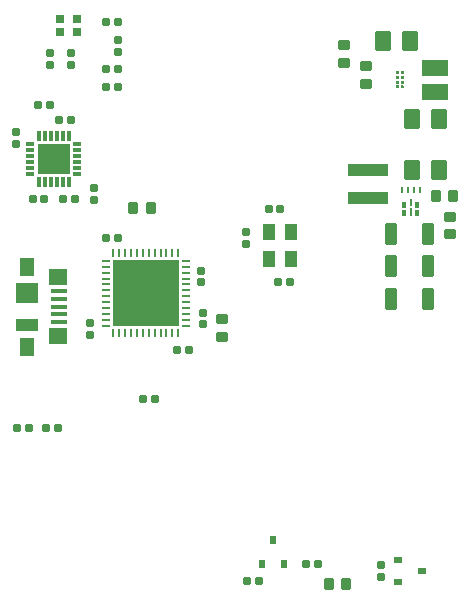
<source format=gtp>
G04*
G04 #@! TF.GenerationSoftware,Altium Limited,Altium Designer,25.2.1 (25)*
G04*
G04 Layer_Color=8421504*
%FSLAX25Y25*%
%MOIN*%
G70*
G04*
G04 #@! TF.SameCoordinates,E3AB8C20-A1E6-43C1-8624-3ED8289FA371*
G04*
G04*
G04 #@! TF.FilePolarity,Positive*
G04*
G01*
G75*
%ADD18O,0.03150X0.00984*%
%ADD19O,0.00984X0.03150*%
%ADD20R,0.22047X0.22047*%
G04:AMPARAMS|DCode=21|XSize=31.5mil|YSize=39.37mil|CornerRadius=3.94mil|HoleSize=0mil|Usage=FLASHONLY|Rotation=0.000|XOffset=0mil|YOffset=0mil|HoleType=Round|Shape=RoundedRectangle|*
%AMROUNDEDRECTD21*
21,1,0.03150,0.03150,0,0,0.0*
21,1,0.02362,0.03937,0,0,0.0*
1,1,0.00787,0.01181,-0.01575*
1,1,0.00787,-0.01181,-0.01575*
1,1,0.00787,-0.01181,0.01575*
1,1,0.00787,0.01181,0.01575*
%
%ADD21ROUNDEDRECTD21*%
G04:AMPARAMS|DCode=22|XSize=23.62mil|YSize=27.56mil|CornerRadius=2.95mil|HoleSize=0mil|Usage=FLASHONLY|Rotation=0.000|XOffset=0mil|YOffset=0mil|HoleType=Round|Shape=RoundedRectangle|*
%AMROUNDEDRECTD22*
21,1,0.02362,0.02165,0,0,0.0*
21,1,0.01772,0.02756,0,0,0.0*
1,1,0.00591,0.00886,-0.01083*
1,1,0.00591,-0.00886,-0.01083*
1,1,0.00591,-0.00886,0.01083*
1,1,0.00591,0.00886,0.01083*
%
%ADD22ROUNDEDRECTD22*%
G04:AMPARAMS|DCode=23|XSize=17.72mil|YSize=9.84mil|CornerRadius=1.97mil|HoleSize=0mil|Usage=FLASHONLY|Rotation=90.000|XOffset=0mil|YOffset=0mil|HoleType=Round|Shape=RoundedRectangle|*
%AMROUNDEDRECTD23*
21,1,0.01772,0.00591,0,0,90.0*
21,1,0.01378,0.00984,0,0,90.0*
1,1,0.00394,0.00295,0.00689*
1,1,0.00394,0.00295,-0.00689*
1,1,0.00394,-0.00295,-0.00689*
1,1,0.00394,-0.00295,0.00689*
%
%ADD23ROUNDEDRECTD23*%
G04:AMPARAMS|DCode=24|XSize=55.12mil|YSize=66.93mil|CornerRadius=6.89mil|HoleSize=0mil|Usage=FLASHONLY|Rotation=180.000|XOffset=0mil|YOffset=0mil|HoleType=Round|Shape=RoundedRectangle|*
%AMROUNDEDRECTD24*
21,1,0.05512,0.05315,0,0,180.0*
21,1,0.04134,0.06693,0,0,180.0*
1,1,0.01378,-0.02067,0.02657*
1,1,0.01378,0.02067,0.02657*
1,1,0.01378,0.02067,-0.02657*
1,1,0.01378,-0.02067,-0.02657*
%
%ADD24ROUNDEDRECTD24*%
G04:AMPARAMS|DCode=25|XSize=39.37mil|YSize=70.87mil|CornerRadius=4.92mil|HoleSize=0mil|Usage=FLASHONLY|Rotation=0.000|XOffset=0mil|YOffset=0mil|HoleType=Round|Shape=RoundedRectangle|*
%AMROUNDEDRECTD25*
21,1,0.03937,0.06102,0,0,0.0*
21,1,0.02953,0.07087,0,0,0.0*
1,1,0.00984,0.01476,-0.03051*
1,1,0.00984,-0.01476,-0.03051*
1,1,0.00984,-0.01476,0.03051*
1,1,0.00984,0.01476,0.03051*
%
%ADD25ROUNDEDRECTD25*%
G04:AMPARAMS|DCode=26|XSize=31.5mil|YSize=39.37mil|CornerRadius=3.94mil|HoleSize=0mil|Usage=FLASHONLY|Rotation=90.000|XOffset=0mil|YOffset=0mil|HoleType=Round|Shape=RoundedRectangle|*
%AMROUNDEDRECTD26*
21,1,0.03150,0.03150,0,0,90.0*
21,1,0.02362,0.03937,0,0,90.0*
1,1,0.00787,0.01575,0.01181*
1,1,0.00787,0.01575,-0.01181*
1,1,0.00787,-0.01575,-0.01181*
1,1,0.00787,-0.01575,0.01181*
%
%ADD26ROUNDEDRECTD26*%
%ADD27R,0.13386X0.03858*%
%ADD28R,0.08686X0.05334*%
%ADD29R,0.02362X0.03150*%
%ADD30R,0.03150X0.02362*%
G04:AMPARAMS|DCode=31|XSize=23.62mil|YSize=27.56mil|CornerRadius=2.95mil|HoleSize=0mil|Usage=FLASHONLY|Rotation=270.000|XOffset=0mil|YOffset=0mil|HoleType=Round|Shape=RoundedRectangle|*
%AMROUNDEDRECTD31*
21,1,0.02362,0.02165,0,0,270.0*
21,1,0.01772,0.02756,0,0,270.0*
1,1,0.00591,-0.01083,-0.00886*
1,1,0.00591,-0.01083,0.00886*
1,1,0.00591,0.01083,0.00886*
1,1,0.00591,0.01083,-0.00886*
%
%ADD31ROUNDEDRECTD31*%
G04:AMPARAMS|DCode=32|XSize=51.18mil|YSize=43.31mil|CornerRadius=2.17mil|HoleSize=0mil|Usage=FLASHONLY|Rotation=90.000|XOffset=0mil|YOffset=0mil|HoleType=Round|Shape=RoundedRectangle|*
%AMROUNDEDRECTD32*
21,1,0.05118,0.03898,0,0,90.0*
21,1,0.04685,0.04331,0,0,90.0*
1,1,0.00433,0.01949,0.02343*
1,1,0.00433,0.01949,-0.02343*
1,1,0.00433,-0.01949,-0.02343*
1,1,0.00433,-0.01949,0.02343*
%
%ADD32ROUNDEDRECTD32*%
%ADD33R,0.05118X0.06496*%
%ADD34R,0.07480X0.07087*%
%ADD35R,0.07480X0.03937*%
%ADD36R,0.06102X0.05610*%
%ADD37R,0.05433X0.01772*%
%ADD38R,0.10630X0.10236*%
%ADD39R,0.03150X0.01378*%
%ADD40R,0.01378X0.03347*%
%ADD41R,0.03150X0.03150*%
G36*
X134504Y175531D02*
X134512D01*
X134524Y175528D01*
X134531D01*
X134543Y175524D01*
X134551Y175520D01*
X134563Y175516D01*
X134571Y175508D01*
X134579Y175504D01*
X134587Y175496D01*
X134595Y175492D01*
X134602Y175484D01*
X134610Y175476D01*
X134618Y175469D01*
X134626Y175461D01*
X134630Y175453D01*
X134638Y175445D01*
X134642Y175437D01*
X134650Y175429D01*
X134653Y175417D01*
X134658Y175409D01*
X134661Y175398D01*
Y175390D01*
X134665Y175378D01*
Y175370D01*
X134669Y175358D01*
Y175350D01*
Y175339D01*
Y174748D01*
Y174736D01*
Y174728D01*
X134665Y174716D01*
Y174709D01*
X134661Y174697D01*
Y174689D01*
X134658Y174677D01*
X134653Y174669D01*
X134650Y174657D01*
X134642Y174650D01*
X134638Y174642D01*
X134630Y174634D01*
X134626Y174626D01*
X134618Y174618D01*
X134610Y174610D01*
X134602Y174602D01*
X134595Y174594D01*
X134587Y174591D01*
X134579Y174583D01*
X134571Y174579D01*
X134563Y174571D01*
X134551Y174567D01*
X134543Y174563D01*
X134531Y174559D01*
X134524D01*
X134512Y174555D01*
X134504D01*
X134492Y174551D01*
X133862D01*
X133850Y174555D01*
X133843D01*
X133831Y174559D01*
X133823D01*
X133811Y174563D01*
X133803Y174567D01*
X133791Y174571D01*
X133783Y174579D01*
X133776Y174583D01*
X133768Y174591D01*
X133760Y174594D01*
X133752Y174602D01*
X133744Y174610D01*
X133736Y174618D01*
X133728Y174626D01*
X133724Y174634D01*
X133716Y174642D01*
X133713Y174650D01*
X133705Y174657D01*
X133701Y174669D01*
X133697Y174677D01*
X133693Y174689D01*
Y174697D01*
X133689Y174709D01*
Y174716D01*
X133685Y174728D01*
Y174736D01*
Y174748D01*
Y175339D01*
Y175350D01*
Y175358D01*
X133689Y175370D01*
Y175378D01*
X133693Y175390D01*
Y175398D01*
X133697Y175409D01*
X133701Y175417D01*
X133705Y175429D01*
X133713Y175437D01*
X133716Y175445D01*
X133724Y175453D01*
X133728Y175461D01*
X133736Y175469D01*
X133744Y175476D01*
X133752Y175484D01*
X133760Y175492D01*
X133768Y175496D01*
X133776Y175504D01*
X133783Y175508D01*
X133791Y175516D01*
X133803Y175520D01*
X133811Y175524D01*
X133823Y175528D01*
X133831D01*
X133843Y175531D01*
X133850D01*
X133862Y175535D01*
X134492D01*
X134504Y175531D01*
D02*
G37*
G36*
X132929D02*
X132937D01*
X132949Y175528D01*
X132957D01*
X132968Y175524D01*
X132976Y175520D01*
X132988Y175516D01*
X132996Y175508D01*
X133004Y175504D01*
X133012Y175496D01*
X133020Y175492D01*
X133028Y175484D01*
X133035Y175476D01*
X133043Y175469D01*
X133051Y175461D01*
X133055Y175453D01*
X133063Y175445D01*
X133067Y175437D01*
X133075Y175429D01*
X133079Y175417D01*
X133083Y175409D01*
X133087Y175398D01*
Y175390D01*
X133091Y175378D01*
Y175370D01*
X133095Y175358D01*
Y175350D01*
Y175339D01*
Y174748D01*
Y174736D01*
Y174728D01*
X133091Y174716D01*
Y174709D01*
X133087Y174697D01*
Y174689D01*
X133083Y174677D01*
X133079Y174669D01*
X133075Y174657D01*
X133067Y174650D01*
X133063Y174642D01*
X133055Y174634D01*
X133051Y174626D01*
X133043Y174618D01*
X133035Y174610D01*
X133028Y174602D01*
X133020Y174594D01*
X133012Y174591D01*
X133004Y174583D01*
X132996Y174579D01*
X132988Y174571D01*
X132976Y174567D01*
X132968Y174563D01*
X132957Y174559D01*
X132949D01*
X132937Y174555D01*
X132929D01*
X132917Y174551D01*
X132287D01*
X132276Y174555D01*
X132268D01*
X132256Y174559D01*
X132248D01*
X132236Y174563D01*
X132228Y174567D01*
X132217Y174571D01*
X132209Y174579D01*
X132201Y174583D01*
X132193Y174591D01*
X132185Y174594D01*
X132177Y174602D01*
X132169Y174610D01*
X132161Y174618D01*
X132153Y174626D01*
X132150Y174634D01*
X132142Y174642D01*
X132138Y174650D01*
X132130Y174657D01*
X132126Y174669D01*
X132122Y174677D01*
X132118Y174689D01*
Y174697D01*
X132114Y174709D01*
Y174716D01*
X132110Y174728D01*
Y174736D01*
Y174748D01*
Y175339D01*
Y175350D01*
Y175358D01*
X132114Y175370D01*
Y175378D01*
X132118Y175390D01*
Y175398D01*
X132122Y175409D01*
X132126Y175417D01*
X132130Y175429D01*
X132138Y175437D01*
X132142Y175445D01*
X132150Y175453D01*
X132153Y175461D01*
X132161Y175469D01*
X132169Y175476D01*
X132177Y175484D01*
X132185Y175492D01*
X132193Y175496D01*
X132201Y175504D01*
X132209Y175508D01*
X132217Y175516D01*
X132228Y175520D01*
X132236Y175524D01*
X132248Y175528D01*
X132256D01*
X132268Y175531D01*
X132276D01*
X132287Y175535D01*
X132917D01*
X132929Y175531D01*
D02*
G37*
G36*
X134504Y173957D02*
X134512D01*
X134524Y173953D01*
X134531D01*
X134543Y173949D01*
X134551Y173945D01*
X134563Y173941D01*
X134571Y173933D01*
X134579Y173929D01*
X134587Y173921D01*
X134595Y173917D01*
X134602Y173909D01*
X134610Y173902D01*
X134618Y173894D01*
X134626Y173886D01*
X134630Y173878D01*
X134638Y173870D01*
X134642Y173862D01*
X134650Y173854D01*
X134653Y173843D01*
X134658Y173835D01*
X134661Y173823D01*
Y173815D01*
X134665Y173803D01*
Y173795D01*
X134669Y173784D01*
Y173776D01*
Y173764D01*
Y173173D01*
Y173161D01*
Y173153D01*
X134665Y173142D01*
Y173134D01*
X134661Y173122D01*
Y173114D01*
X134658Y173102D01*
X134653Y173094D01*
X134650Y173083D01*
X134642Y173075D01*
X134638Y173067D01*
X134630Y173059D01*
X134626Y173051D01*
X134618Y173043D01*
X134610Y173035D01*
X134602Y173028D01*
X134595Y173020D01*
X134587Y173016D01*
X134579Y173008D01*
X134571Y173004D01*
X134563Y172996D01*
X134551Y172992D01*
X134543Y172988D01*
X134531Y172984D01*
X134524D01*
X134512Y172980D01*
X134504D01*
X134492Y172976D01*
X133862D01*
X133850Y172980D01*
X133843D01*
X133831Y172984D01*
X133823D01*
X133811Y172988D01*
X133803Y172992D01*
X133791Y172996D01*
X133783Y173004D01*
X133776Y173008D01*
X133768Y173016D01*
X133760Y173020D01*
X133752Y173028D01*
X133744Y173035D01*
X133736Y173043D01*
X133728Y173051D01*
X133724Y173059D01*
X133716Y173067D01*
X133713Y173075D01*
X133705Y173083D01*
X133701Y173094D01*
X133697Y173102D01*
X133693Y173114D01*
Y173122D01*
X133689Y173134D01*
Y173142D01*
X133685Y173153D01*
Y173161D01*
Y173173D01*
Y173764D01*
Y173776D01*
Y173784D01*
X133689Y173795D01*
Y173803D01*
X133693Y173815D01*
Y173823D01*
X133697Y173835D01*
X133701Y173843D01*
X133705Y173854D01*
X133713Y173862D01*
X133716Y173870D01*
X133724Y173878D01*
X133728Y173886D01*
X133736Y173894D01*
X133744Y173902D01*
X133752Y173909D01*
X133760Y173917D01*
X133768Y173921D01*
X133776Y173929D01*
X133783Y173933D01*
X133791Y173941D01*
X133803Y173945D01*
X133811Y173949D01*
X133823Y173953D01*
X133831D01*
X133843Y173957D01*
X133850D01*
X133862Y173961D01*
X134492D01*
X134504Y173957D01*
D02*
G37*
G36*
X132929D02*
X132937D01*
X132949Y173953D01*
X132957D01*
X132968Y173949D01*
X132976Y173945D01*
X132988Y173941D01*
X132996Y173933D01*
X133004Y173929D01*
X133012Y173921D01*
X133020Y173917D01*
X133028Y173909D01*
X133035Y173902D01*
X133043Y173894D01*
X133051Y173886D01*
X133055Y173878D01*
X133063Y173870D01*
X133067Y173862D01*
X133075Y173854D01*
X133079Y173843D01*
X133083Y173835D01*
X133087Y173823D01*
Y173815D01*
X133091Y173803D01*
Y173795D01*
X133095Y173784D01*
Y173776D01*
Y173764D01*
Y173173D01*
Y173161D01*
Y173153D01*
X133091Y173142D01*
Y173134D01*
X133087Y173122D01*
Y173114D01*
X133083Y173102D01*
X133079Y173094D01*
X133075Y173083D01*
X133067Y173075D01*
X133063Y173067D01*
X133055Y173059D01*
X133051Y173051D01*
X133043Y173043D01*
X133035Y173035D01*
X133028Y173028D01*
X133020Y173020D01*
X133012Y173016D01*
X133004Y173008D01*
X132996Y173004D01*
X132988Y172996D01*
X132976Y172992D01*
X132968Y172988D01*
X132957Y172984D01*
X132949D01*
X132937Y172980D01*
X132929D01*
X132917Y172976D01*
X132287D01*
X132276Y172980D01*
X132268D01*
X132256Y172984D01*
X132248D01*
X132236Y172988D01*
X132228Y172992D01*
X132217Y172996D01*
X132209Y173004D01*
X132201Y173008D01*
X132193Y173016D01*
X132185Y173020D01*
X132177Y173028D01*
X132169Y173035D01*
X132161Y173043D01*
X132153Y173051D01*
X132150Y173059D01*
X132142Y173067D01*
X132138Y173075D01*
X132130Y173083D01*
X132126Y173094D01*
X132122Y173102D01*
X132118Y173114D01*
Y173122D01*
X132114Y173134D01*
Y173142D01*
X132110Y173153D01*
Y173161D01*
Y173173D01*
Y173764D01*
Y173776D01*
Y173784D01*
X132114Y173795D01*
Y173803D01*
X132118Y173815D01*
Y173823D01*
X132122Y173835D01*
X132126Y173843D01*
X132130Y173854D01*
X132138Y173862D01*
X132142Y173870D01*
X132150Y173878D01*
X132153Y173886D01*
X132161Y173894D01*
X132169Y173902D01*
X132177Y173909D01*
X132185Y173917D01*
X132193Y173921D01*
X132201Y173929D01*
X132209Y173933D01*
X132217Y173941D01*
X132228Y173945D01*
X132236Y173949D01*
X132248Y173953D01*
X132256D01*
X132268Y173957D01*
X132276D01*
X132287Y173961D01*
X132917D01*
X132929Y173957D01*
D02*
G37*
G36*
X134504Y172382D02*
X134512D01*
X134524Y172378D01*
X134531D01*
X134543Y172374D01*
X134551Y172370D01*
X134563Y172366D01*
X134571Y172358D01*
X134579Y172354D01*
X134587Y172346D01*
X134595Y172343D01*
X134602Y172335D01*
X134610Y172327D01*
X134618Y172319D01*
X134626Y172311D01*
X134630Y172303D01*
X134638Y172295D01*
X134642Y172287D01*
X134650Y172280D01*
X134653Y172268D01*
X134658Y172260D01*
X134661Y172248D01*
Y172240D01*
X134665Y172228D01*
Y172221D01*
X134669Y172209D01*
Y172201D01*
Y172189D01*
Y171598D01*
Y171587D01*
Y171579D01*
X134665Y171567D01*
Y171559D01*
X134661Y171547D01*
Y171539D01*
X134658Y171528D01*
X134653Y171520D01*
X134650Y171508D01*
X134642Y171500D01*
X134638Y171492D01*
X134630Y171484D01*
X134626Y171476D01*
X134618Y171468D01*
X134610Y171461D01*
X134602Y171453D01*
X134595Y171445D01*
X134587Y171441D01*
X134579Y171433D01*
X134571Y171429D01*
X134563Y171421D01*
X134551Y171417D01*
X134543Y171413D01*
X134531Y171409D01*
X134524D01*
X134512Y171405D01*
X134504D01*
X134492Y171402D01*
X133862D01*
X133850Y171405D01*
X133843D01*
X133831Y171409D01*
X133823D01*
X133811Y171413D01*
X133803Y171417D01*
X133791Y171421D01*
X133783Y171429D01*
X133776Y171433D01*
X133768Y171441D01*
X133760Y171445D01*
X133752Y171453D01*
X133744Y171461D01*
X133736Y171468D01*
X133728Y171476D01*
X133724Y171484D01*
X133716Y171492D01*
X133713Y171500D01*
X133705Y171508D01*
X133701Y171520D01*
X133697Y171528D01*
X133693Y171539D01*
Y171547D01*
X133689Y171559D01*
Y171567D01*
X133685Y171579D01*
Y171587D01*
Y171598D01*
Y172189D01*
Y172201D01*
Y172209D01*
X133689Y172221D01*
Y172228D01*
X133693Y172240D01*
Y172248D01*
X133697Y172260D01*
X133701Y172268D01*
X133705Y172280D01*
X133713Y172287D01*
X133716Y172295D01*
X133724Y172303D01*
X133728Y172311D01*
X133736Y172319D01*
X133744Y172327D01*
X133752Y172335D01*
X133760Y172343D01*
X133768Y172346D01*
X133776Y172354D01*
X133783Y172358D01*
X133791Y172366D01*
X133803Y172370D01*
X133811Y172374D01*
X133823Y172378D01*
X133831D01*
X133843Y172382D01*
X133850D01*
X133862Y172386D01*
X134492D01*
X134504Y172382D01*
D02*
G37*
G36*
X132929D02*
X132937D01*
X132949Y172378D01*
X132957D01*
X132968Y172374D01*
X132976Y172370D01*
X132988Y172366D01*
X132996Y172358D01*
X133004Y172354D01*
X133012Y172346D01*
X133020Y172343D01*
X133028Y172335D01*
X133035Y172327D01*
X133043Y172319D01*
X133051Y172311D01*
X133055Y172303D01*
X133063Y172295D01*
X133067Y172287D01*
X133075Y172280D01*
X133079Y172268D01*
X133083Y172260D01*
X133087Y172248D01*
Y172240D01*
X133091Y172228D01*
Y172221D01*
X133095Y172209D01*
Y172201D01*
Y172189D01*
Y171598D01*
Y171587D01*
Y171579D01*
X133091Y171567D01*
Y171559D01*
X133087Y171547D01*
Y171539D01*
X133083Y171528D01*
X133079Y171520D01*
X133075Y171508D01*
X133067Y171500D01*
X133063Y171492D01*
X133055Y171484D01*
X133051Y171476D01*
X133043Y171468D01*
X133035Y171461D01*
X133028Y171453D01*
X133020Y171445D01*
X133012Y171441D01*
X133004Y171433D01*
X132996Y171429D01*
X132988Y171421D01*
X132976Y171417D01*
X132968Y171413D01*
X132957Y171409D01*
X132949D01*
X132937Y171405D01*
X132929D01*
X132917Y171402D01*
X132287D01*
X132276Y171405D01*
X132268D01*
X132256Y171409D01*
X132248D01*
X132236Y171413D01*
X132228Y171417D01*
X132217Y171421D01*
X132209Y171429D01*
X132201Y171433D01*
X132193Y171441D01*
X132185Y171445D01*
X132177Y171453D01*
X132169Y171461D01*
X132161Y171468D01*
X132153Y171476D01*
X132150Y171484D01*
X132142Y171492D01*
X132138Y171500D01*
X132130Y171508D01*
X132126Y171520D01*
X132122Y171528D01*
X132118Y171539D01*
Y171547D01*
X132114Y171559D01*
Y171567D01*
X132110Y171579D01*
Y171587D01*
Y171598D01*
Y172189D01*
Y172201D01*
Y172209D01*
X132114Y172221D01*
Y172228D01*
X132118Y172240D01*
Y172248D01*
X132122Y172260D01*
X132126Y172268D01*
X132130Y172280D01*
X132138Y172287D01*
X132142Y172295D01*
X132150Y172303D01*
X132153Y172311D01*
X132161Y172319D01*
X132169Y172327D01*
X132177Y172335D01*
X132185Y172343D01*
X132193Y172346D01*
X132201Y172354D01*
X132209Y172358D01*
X132217Y172366D01*
X132228Y172370D01*
X132236Y172374D01*
X132248Y172378D01*
X132256D01*
X132268Y172382D01*
X132276D01*
X132287Y172386D01*
X132917D01*
X132929Y172382D01*
D02*
G37*
G36*
X134504Y170807D02*
X134512D01*
X134524Y170803D01*
X134531D01*
X134543Y170799D01*
X134551Y170795D01*
X134563Y170791D01*
X134571Y170783D01*
X134579Y170780D01*
X134587Y170772D01*
X134595Y170768D01*
X134602Y170760D01*
X134610Y170752D01*
X134618Y170744D01*
X134626Y170736D01*
X134630Y170728D01*
X134638Y170721D01*
X134642Y170713D01*
X134650Y170705D01*
X134653Y170693D01*
X134658Y170685D01*
X134661Y170673D01*
Y170665D01*
X134665Y170653D01*
Y170646D01*
X134669Y170634D01*
Y170626D01*
Y170614D01*
Y170024D01*
Y170012D01*
Y170004D01*
X134665Y169992D01*
Y169984D01*
X134661Y169972D01*
Y169965D01*
X134658Y169953D01*
X134653Y169945D01*
X134650Y169933D01*
X134642Y169925D01*
X134638Y169917D01*
X134630Y169909D01*
X134626Y169902D01*
X134618Y169894D01*
X134610Y169886D01*
X134602Y169878D01*
X134595Y169870D01*
X134587Y169866D01*
X134579Y169858D01*
X134571Y169854D01*
X134563Y169846D01*
X134551Y169843D01*
X134543Y169839D01*
X134531Y169835D01*
X134524D01*
X134512Y169831D01*
X134504D01*
X134492Y169827D01*
X133862D01*
X133850Y169831D01*
X133843D01*
X133831Y169835D01*
X133823D01*
X133811Y169839D01*
X133803Y169843D01*
X133791Y169846D01*
X133783Y169854D01*
X133776Y169858D01*
X133768Y169866D01*
X133760Y169870D01*
X133752Y169878D01*
X133744Y169886D01*
X133736Y169894D01*
X133728Y169902D01*
X133724Y169909D01*
X133716Y169917D01*
X133713Y169925D01*
X133705Y169933D01*
X133701Y169945D01*
X133697Y169953D01*
X133693Y169965D01*
Y169972D01*
X133689Y169984D01*
Y169992D01*
X133685Y170004D01*
Y170012D01*
Y170024D01*
Y170614D01*
Y170626D01*
Y170634D01*
X133689Y170646D01*
Y170653D01*
X133693Y170665D01*
Y170673D01*
X133697Y170685D01*
X133701Y170693D01*
X133705Y170705D01*
X133713Y170713D01*
X133716Y170721D01*
X133724Y170728D01*
X133728Y170736D01*
X133736Y170744D01*
X133744Y170752D01*
X133752Y170760D01*
X133760Y170768D01*
X133768Y170772D01*
X133776Y170780D01*
X133783Y170783D01*
X133791Y170791D01*
X133803Y170795D01*
X133811Y170799D01*
X133823Y170803D01*
X133831D01*
X133843Y170807D01*
X133850D01*
X133862Y170811D01*
X134492D01*
X134504Y170807D01*
D02*
G37*
G36*
X132929D02*
X132937D01*
X132949Y170803D01*
X132957D01*
X132968Y170799D01*
X132976Y170795D01*
X132988Y170791D01*
X132996Y170783D01*
X133004Y170780D01*
X133012Y170772D01*
X133020Y170768D01*
X133028Y170760D01*
X133035Y170752D01*
X133043Y170744D01*
X133051Y170736D01*
X133055Y170728D01*
X133063Y170721D01*
X133067Y170713D01*
X133075Y170705D01*
X133079Y170693D01*
X133083Y170685D01*
X133087Y170673D01*
Y170665D01*
X133091Y170653D01*
Y170646D01*
X133095Y170634D01*
Y170626D01*
Y170614D01*
Y170024D01*
Y170012D01*
Y170004D01*
X133091Y169992D01*
Y169984D01*
X133087Y169972D01*
Y169965D01*
X133083Y169953D01*
X133079Y169945D01*
X133075Y169933D01*
X133067Y169925D01*
X133063Y169917D01*
X133055Y169909D01*
X133051Y169902D01*
X133043Y169894D01*
X133035Y169886D01*
X133028Y169878D01*
X133020Y169870D01*
X133012Y169866D01*
X133004Y169858D01*
X132996Y169854D01*
X132988Y169846D01*
X132976Y169843D01*
X132968Y169839D01*
X132957Y169835D01*
X132949D01*
X132937Y169831D01*
X132929D01*
X132917Y169827D01*
X132287D01*
X132276Y169831D01*
X132268D01*
X132256Y169835D01*
X132248D01*
X132236Y169839D01*
X132228Y169843D01*
X132217Y169846D01*
X132209Y169854D01*
X132201Y169858D01*
X132193Y169866D01*
X132185Y169870D01*
X132177Y169878D01*
X132169Y169886D01*
X132161Y169894D01*
X132153Y169902D01*
X132150Y169909D01*
X132142Y169917D01*
X132138Y169925D01*
X132130Y169933D01*
X132126Y169945D01*
X132122Y169953D01*
X132118Y169965D01*
Y169972D01*
X132114Y169984D01*
Y169992D01*
X132110Y170004D01*
Y170012D01*
Y170024D01*
Y170614D01*
Y170626D01*
Y170634D01*
X132114Y170646D01*
Y170653D01*
X132118Y170665D01*
Y170673D01*
X132122Y170685D01*
X132126Y170693D01*
X132130Y170705D01*
X132138Y170713D01*
X132142Y170721D01*
X132150Y170728D01*
X132153Y170736D01*
X132161Y170744D01*
X132169Y170752D01*
X132177Y170760D01*
X132185Y170768D01*
X132193Y170772D01*
X132201Y170780D01*
X132209Y170783D01*
X132217Y170791D01*
X132228Y170795D01*
X132236Y170799D01*
X132248Y170803D01*
X132256D01*
X132268Y170807D01*
X132276D01*
X132287Y170811D01*
X132917D01*
X132929Y170807D01*
D02*
G37*
G36*
X137316Y133043D02*
X137372Y132987D01*
X137402Y132915D01*
Y132876D01*
Y130809D01*
Y130770D01*
X137372Y130698D01*
X137316Y130642D01*
X137244Y130612D01*
X136772D01*
X136699Y130642D01*
X136644Y130698D01*
X136614Y130770D01*
Y130809D01*
Y132876D01*
Y132915D01*
X136644Y132987D01*
X136699Y133043D01*
X136772Y133073D01*
X137244D01*
X137316Y133043D01*
D02*
G37*
G36*
X139777Y131860D02*
X139832Y131804D01*
X139862Y131732D01*
Y131693D01*
Y130217D01*
Y130177D01*
X139832Y130105D01*
X139777Y130050D01*
X139705Y130020D01*
X138642D01*
X138570Y130050D01*
X138514Y130105D01*
X138484Y130177D01*
Y130217D01*
Y131693D01*
Y131732D01*
X138514Y131804D01*
X138570Y131860D01*
X138642Y131890D01*
X139705D01*
X139777Y131860D01*
D02*
G37*
G36*
X135446D02*
X135502Y131804D01*
X135531Y131732D01*
Y131693D01*
Y130217D01*
Y130177D01*
X135502Y130105D01*
X135446Y130050D01*
X135374Y130020D01*
X134311D01*
X134239Y130050D01*
X134184Y130105D01*
X134153Y130177D01*
Y130217D01*
Y131693D01*
Y131732D01*
X134184Y131804D01*
X134239Y131860D01*
X134311Y131890D01*
X135374D01*
X135446Y131860D01*
D02*
G37*
G36*
X139777Y129202D02*
X139832Y129147D01*
X139862Y129075D01*
Y129035D01*
Y127559D01*
Y127520D01*
X139832Y127447D01*
X139777Y127392D01*
X139705Y127362D01*
X138642D01*
X138570Y127392D01*
X138514Y127447D01*
X138484Y127520D01*
Y127559D01*
Y129035D01*
Y129075D01*
X138514Y129147D01*
X138570Y129202D01*
X138642Y129232D01*
X139705D01*
X139777Y129202D01*
D02*
G37*
G36*
X137316Y129793D02*
X137372Y129737D01*
X137402Y129665D01*
Y129626D01*
Y127559D01*
Y127520D01*
X137372Y127447D01*
X137316Y127392D01*
X137244Y127362D01*
X136772D01*
X136699Y127392D01*
X136644Y127447D01*
X136614Y127520D01*
Y127559D01*
Y129626D01*
Y129665D01*
X136644Y129737D01*
X136699Y129793D01*
X136772Y129823D01*
X137244D01*
X137316Y129793D01*
D02*
G37*
G36*
X135446Y129202D02*
X135502Y129147D01*
X135531Y129075D01*
Y129035D01*
Y127559D01*
Y127520D01*
X135502Y127447D01*
X135446Y127392D01*
X135374Y127362D01*
X134311D01*
X134239Y127392D01*
X134184Y127447D01*
X134153Y127520D01*
Y127559D01*
Y129035D01*
Y129075D01*
X134184Y129147D01*
X134239Y129202D01*
X134311Y129232D01*
X135374D01*
X135446Y129202D01*
D02*
G37*
D18*
X62087Y90709D02*
D03*
Y92677D02*
D03*
Y94646D02*
D03*
Y96614D02*
D03*
Y98583D02*
D03*
Y100551D02*
D03*
Y102520D02*
D03*
Y104488D02*
D03*
Y106457D02*
D03*
Y108425D02*
D03*
Y110394D02*
D03*
Y112362D02*
D03*
X35315D02*
D03*
Y110394D02*
D03*
Y108425D02*
D03*
Y106457D02*
D03*
Y104488D02*
D03*
Y102520D02*
D03*
Y100551D02*
D03*
Y98583D02*
D03*
Y96614D02*
D03*
Y94646D02*
D03*
Y92677D02*
D03*
Y90709D02*
D03*
D19*
X59527Y114921D02*
D03*
X57559D02*
D03*
X55590D02*
D03*
X53622D02*
D03*
X51653D02*
D03*
X49685D02*
D03*
X47717D02*
D03*
X45748D02*
D03*
X43780D02*
D03*
X41811D02*
D03*
X39843D02*
D03*
X37874D02*
D03*
Y88150D02*
D03*
X39843D02*
D03*
X41811D02*
D03*
X43780D02*
D03*
X45748D02*
D03*
X47717D02*
D03*
X49685D02*
D03*
X51653D02*
D03*
X53622D02*
D03*
X55590D02*
D03*
X57559D02*
D03*
X59527D02*
D03*
D20*
X48701Y101535D02*
D03*
D21*
X115551Y4724D02*
D03*
X109646D02*
D03*
X151181Y133957D02*
D03*
X145276D02*
D03*
X44394Y129905D02*
D03*
X50299D02*
D03*
D22*
X35433Y191929D02*
D03*
X39370D02*
D03*
X102165Y11417D02*
D03*
X106102D02*
D03*
X86319Y5709D02*
D03*
X82382D02*
D03*
X96642Y105248D02*
D03*
X92705D02*
D03*
X93543Y129650D02*
D03*
X89606D02*
D03*
X15551Y56693D02*
D03*
X19488D02*
D03*
X9630Y56760D02*
D03*
X5693D02*
D03*
X51772Y66142D02*
D03*
X47835D02*
D03*
X59055Y82677D02*
D03*
X62992D02*
D03*
X39370Y120079D02*
D03*
X35433D02*
D03*
X25000Y133071D02*
D03*
X21063D02*
D03*
X10925Y132874D02*
D03*
X14862D02*
D03*
X19685Y159252D02*
D03*
X23622D02*
D03*
X12795Y164370D02*
D03*
X16732D02*
D03*
X39370Y170276D02*
D03*
X35433D02*
D03*
X35433Y176181D02*
D03*
X39370D02*
D03*
D23*
X139961Y135925D02*
D03*
X137992D02*
D03*
X136024D02*
D03*
X134055D02*
D03*
D24*
X137429Y142480D02*
D03*
X146429D02*
D03*
X136784Y185630D02*
D03*
X127784D02*
D03*
X146528Y159646D02*
D03*
X137528D02*
D03*
D25*
X130512Y121240D02*
D03*
X142717D02*
D03*
X130575Y110508D02*
D03*
X142780D02*
D03*
X130575Y99779D02*
D03*
X142780D02*
D03*
D26*
X150165Y121173D02*
D03*
Y127079D02*
D03*
X114764Y184350D02*
D03*
Y178445D02*
D03*
X122047Y171358D02*
D03*
Y177264D02*
D03*
X74016Y87008D02*
D03*
Y92913D02*
D03*
D27*
X122807Y142484D02*
D03*
Y133153D02*
D03*
D28*
X145177Y176676D02*
D03*
Y168600D02*
D03*
D29*
X87303Y11280D02*
D03*
X94784D02*
D03*
X91043Y19232D02*
D03*
D30*
X140787Y8957D02*
D03*
X132835Y5217D02*
D03*
Y12697D02*
D03*
D31*
X127165Y6890D02*
D03*
Y10827D02*
D03*
X82209Y121968D02*
D03*
Y118032D02*
D03*
X67716Y95079D02*
D03*
Y91142D02*
D03*
X67205Y105185D02*
D03*
Y109122D02*
D03*
X30213Y91677D02*
D03*
Y87740D02*
D03*
X31496Y132579D02*
D03*
Y136516D02*
D03*
X5472Y151319D02*
D03*
Y155256D02*
D03*
X39370Y186024D02*
D03*
Y182087D02*
D03*
X23622Y177756D02*
D03*
Y181693D02*
D03*
X16831Y177657D02*
D03*
Y181595D02*
D03*
D32*
X97142Y122028D02*
D03*
X89661D02*
D03*
X97142Y112972D02*
D03*
X89661D02*
D03*
D33*
X9213Y110335D02*
D03*
Y83760D02*
D03*
D34*
Y101575D02*
D03*
D35*
Y90945D02*
D03*
D36*
X19350Y106841D02*
D03*
Y87254D02*
D03*
D37*
X19685Y102165D02*
D03*
Y99606D02*
D03*
Y97047D02*
D03*
Y94488D02*
D03*
Y91929D02*
D03*
D38*
X18012Y146260D02*
D03*
D39*
X10138Y151181D02*
D03*
Y149213D02*
D03*
Y147244D02*
D03*
Y145276D02*
D03*
Y143307D02*
D03*
Y141339D02*
D03*
X25886Y151181D02*
D03*
Y149213D02*
D03*
Y147244D02*
D03*
Y145276D02*
D03*
Y143307D02*
D03*
Y141339D02*
D03*
D40*
X13091Y138484D02*
D03*
X15059D02*
D03*
X17028D02*
D03*
X18996D02*
D03*
X20965D02*
D03*
X22933D02*
D03*
X13091Y154035D02*
D03*
X15059D02*
D03*
X17028D02*
D03*
X18996D02*
D03*
X20965D02*
D03*
X22933D02*
D03*
D41*
X19990Y188602D02*
D03*
X25896D02*
D03*
X19980Y192913D02*
D03*
X25886D02*
D03*
M02*

</source>
